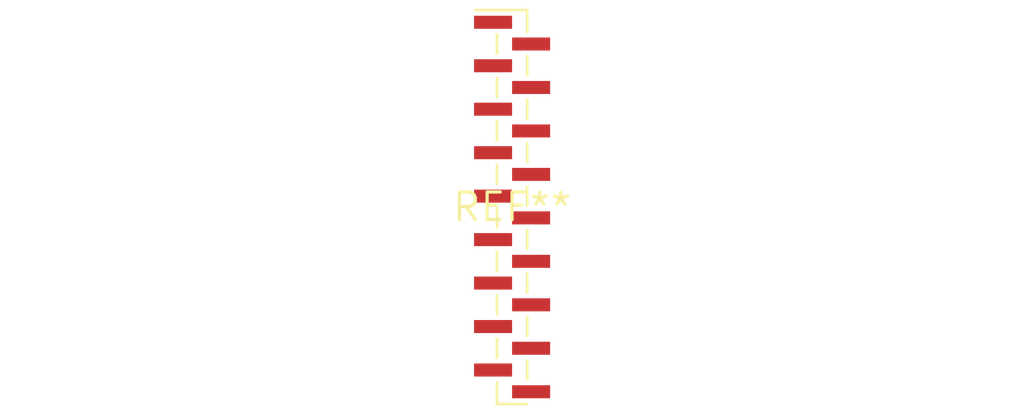
<source format=kicad_pcb>
(kicad_pcb (version 20240108) (generator pcbnew)
  (layers (0 "F.Cu" signal) (31 "B.Cu" signal) (34 "B.Paste" user) (35 "F.Paste" user) (36 "B.SilkS" user "B.Silkscreen") (37 "F.SilkS" user "F.Silkscreen") (38 "B.Mask" user) (39 "F.Mask" user) (44 "Edge.Cuts" user))
  (net 0 "")
  (footprint "PinHeader_1x18_P1.00mm_Vertical_SMD_Pin1Left" (layer "F.Cu") (at 0 0)
    (property "Reference" "REF**")
    (property "Value" "PinHeader_1x18_P1.00mm_Vertical_SMD_Pin1Left")
    (fp_line (start -0.695 -9.06) (end -1.69 -9.06) (layer "F.SilkS") (stroke (width 0.12)))
    (fp_line (start -0.695 -9.06) (end -0.695 -9.06) (layer "F.SilkS") (stroke (width 0.12)))
    (fp_line (start -0.695 -9.06) (end 0.695 -9.06) (layer "F.SilkS") (stroke (width 0.12)))
    (fp_line (start -0.695 -7.94) (end -0.695 -7.06) (layer "F.SilkS") (stroke (width 0.12)))
    (fp_line (start -0.695 -5.94) (end -0.695 -5.06) (layer "F.SilkS") (stroke (width 0.12)))
    (fp_line (start -0.695 -3.94) (end -0.695 -3.06) (layer "F.SilkS") (stroke (width 0.12)))
    (fp_line (start -0.695 -1.94) (end -0.695 -1.06) (layer "F.SilkS") (stroke (width 0.12)))
    (fp_line (start -0.695 0.06) (end -0.695 0.94) (layer "F.SilkS") (stroke (width 0.12)))
    (fp_line (start -0.695 2.06) (end -0.695 2.94) (layer "F.SilkS") (stroke (width 0.12)))
    (fp_line (start -0.695 4.06) (end -0.695 4.94) (layer "F.SilkS") (stroke (width 0.12)))
    (fp_line (start -0.695 6.06) (end -0.695 6.94) (layer "F.SilkS") (stroke (width 0.12)))
    (fp_line (start -0.695 8.06) (end -0.695 9.06) (layer "F.SilkS") (stroke (width 0.12)))
    (fp_line (start -0.695 9.06) (end 0.695 9.06) (layer "F.SilkS") (stroke (width 0.12)))
    (fp_line (start 0.695 -9.06) (end 0.695 -8.06) (layer "F.SilkS") (stroke (width 0.12)))
    (fp_line (start 0.695 -6.94) (end 0.695 -6.06) (layer "F.SilkS") (stroke (width 0.12)))
    (fp_line (start 0.695 -4.94) (end 0.695 -4.06) (layer "F.SilkS") (stroke (width 0.12)))
    (fp_line (start 0.695 -2.94) (end 0.695 -2.06) (layer "F.SilkS") (stroke (width 0.12)))
    (fp_line (start 0.695 -0.94) (end 0.695 -0.06) (layer "F.SilkS") (stroke (width 0.12)))
    (fp_line (start 0.695 1.06) (end 0.695 1.94) (layer "F.SilkS") (stroke (width 0.12)))
    (fp_line (start 0.695 3.06) (end 0.695 3.94) (layer "F.SilkS") (stroke (width 0.12)))
    (fp_line (start 0.695 5.06) (end 0.695 5.94) (layer "F.SilkS") (stroke (width 0.12)))
    (fp_line (start 0.695 7.06) (end 0.695 7.94) (layer "F.SilkS") (stroke (width 0.12)))
    (fp_line (start 0.695 9.06) (end 0.695 9.06) (layer "F.SilkS") (stroke (width 0.12)))
    (pad "1" smd rect (at -0.875 -8.5) (size 1.75 0.6) (layers "F.Cu" "F.Paste" "F.Mask"))
    (pad "2" smd rect (at 0.875 -7.5) (size 1.75 0.6) (layers "F.Cu" "F.Paste" "F.Mask"))
    (pad "3" smd rect (at -0.875 -6.5) (size 1.75 0.6) (layers "F.Cu" "F.Paste" "F.Mask"))
    (pad "4" smd rect (at 0.875 -5.5) (size 1.75 0.6) (layers "F.Cu" "F.Paste" "F.Mask"))
    (pad "5" smd rect (at -0.875 -4.5) (size 1.75 0.6) (layers "F.Cu" "F.Paste" "F.Mask"))
    (pad "6" smd rect (at 0.875 -3.5) (size 1.75 0.6) (layers "F.Cu" "F.Paste" "F.Mask"))
    (pad "7" smd rect (at -0.875 -2.5) (size 1.75 0.6) (layers "F.Cu" "F.Paste" "F.Mask"))
    (pad "8" smd rect (at 0.875 -1.5) (size 1.75 0.6) (layers "F.Cu" "F.Paste" "F.Mask"))
    (pad "9" smd rect (at -0.875 -0.5) (size 1.75 0.6) (layers "F.Cu" "F.Paste" "F.Mask"))
    (pad "10" smd rect (at 0.875 0.5) (size 1.75 0.6) (layers "F.Cu" "F.Paste" "F.Mask"))
    (pad "11" smd rect (at -0.875 1.5) (size 1.75 0.6) (layers "F.Cu" "F.Paste" "F.Mask"))
    (pad "12" smd rect (at 0.875 2.5) (size 1.75 0.6) (layers "F.Cu" "F.Paste" "F.Mask"))
    (pad "13" smd rect (at -0.875 3.5) (size 1.75 0.6) (layers "F.Cu" "F.Paste" "F.Mask"))
    (pad "14" smd rect (at 0.875 4.5) (size 1.75 0.6) (layers "F.Cu" "F.Paste" "F.Mask"))
    (pad "15" smd rect (at -0.875 5.5) (size 1.75 0.6) (layers "F.Cu" "F.Paste" "F.Mask"))
    (pad "16" smd rect (at 0.875 6.5) (size 1.75 0.6) (layers "F.Cu" "F.Paste" "F.Mask"))
    (pad "17" smd rect (at -0.875 7.5) (size 1.75 0.6) (layers "F.Cu" "F.Paste" "F.Mask"))
    (pad "18" smd rect (at 0.875 8.5) (size 1.75 0.6) (layers "F.Cu" "F.Paste" "F.Mask"))
  )
)
</source>
